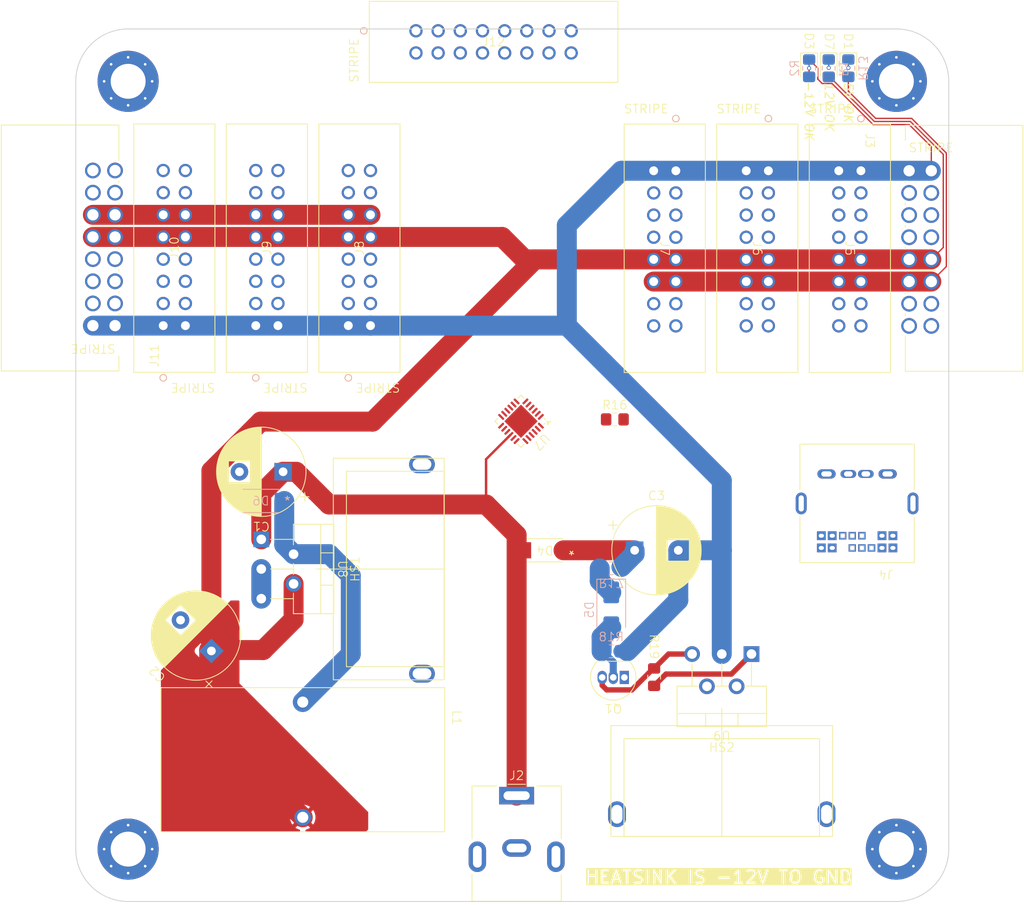
<source format=kicad_pcb>
(kicad_pcb (version 20240108) (generator "pcbnew") (generator_version "8.0")
  (layers (0 "F.Cu" signal) (31 "B.Cu" signal) (34 "B.Paste" user) (35 "F.Paste" user) (36 "B.SilkS" user "B.Silkscreen") (37 "F.SilkS" user "F.Silkscreen") (38 "B.Mask" user) (39 "F.Mask" user) (44 "Edge.Cuts" user))
  (net 0 "")
  (net 1 "/GATE")
  (net 2 "/CV")
  (net 3 "GND")
  (net 4 "+5V")
  (net 5 "+12V")
  (net 6 "-12V")
  (net 7 "Net-(D4-K)")
  (net 8 "/+20V")
  (net 9 "Net-(D1-K)")
  (net 10 "Net-(D3-A)")
  (net 11 "Net-(D5-K)")
  (net 12 "Net-(D5-A)")
  (net 13 "Net-(D6-K)")
  (net 16 "Net-(Q1-C)")
  (net 18 "Net-(U7-VBUS_VS_DISCH)")
  (net 19 "Net-(U7-GND-Pad10)")
  (net 38 "Net-(D7-K)")
  (net 41 "/CC1")
  (net 43 "/VBUS")
  (net 44 "/CC2")
  (footprint "Package_TO_SOT_THT:TO-220-5_P3.4x3.7mm_StaggerOdd_Lead3.8mm_Vertical" (layer "F.Cu") (at 178.054998 83.895999 -90)
    (property "Reference" "U8")
    (property "Value" "LM2596T-12")
  )
  (footprint "llama_shared:H_ATX_PERF" (layer "F.Cu") (at 250.805 119.4 90)
    (property "Reference" "H5" (hide yes))
    (property "Value" "H_HOLE" (hide yes))
  )
  (footprint "AT-Footprints:EURORACK Right Angle" (layer "F.Cu") (at 252.265 41.65 -90)
    (property "Reference" "J3")
    (property "Value" "EURO_CONN")
  )
  (footprint "AT-Footprints:EURO_VERT CONN16_S161_OST" (layer "F.Cu") (at 225.5442 41.65 -90)
    (property "Reference" "J7")
    (property "Value" "EURO_CONN")
  )
  (footprint "Capacitor_THT:CP_Radial_D10.0mm_P5.00mm" (layer "F.Cu") (at 172.340534 96.685534 135)
    (property "Reference" "C2")
    (property "Value" "180uF")
  )
  (footprint "Connector_USB:USBC_USBA_2.0_VERT_ADAMTECH_USB-C31-A-D-VT-CS1" (layer "F.Cu") (at 246.305 79.78 180)
    (property "Reference" "J4")
    (property "Value" "INT_USB")
    (fp_line (start 1.875 -3.475) (end 1.425 -3.475) (stroke (width 0.1)) (layer "Edge.Cuts"))
    (fp_line (start 1.875 -3.925) (end 1.875 -3.475) (stroke (width 0.1)) (layer "Edge.Cuts"))
    (fp_line (start 1.425 -3.475) (end 1.425 -3.925) (stroke (width 0.1)) (layer "Edge.Cuts"))
    (fp_line (start 1.425 -3.925) (end 1.875 -3.925) (stroke (width 0.1)) (layer "Edge.Cuts"))
    (fp_line (start 0.775 -3.475) (end 0.325 -3.475) (stroke (width 0.1)) (layer "Edge.Cuts"))
    (fp_line (start 0.775 -3.925) (end 0.775 -3.475) (stroke (width 0.1)) (layer "Edge.Cuts"))
    (fp_line (start 0.775 -4.875) (end 0.325 -4.875) (stroke (width 0.1)) (layer "Edge.Cuts"))
    (fp_line (start 0.775 -5.325) (end 0.775 -4.875) (stroke (width 0.1)) (layer "Edge.Cuts"))
    (fp_line (start 0.325 -3.475) (end 0.325 -3.925) (stroke (width 0.1)) (layer "Edge.Cuts"))
    (fp_line (start 0.325 -3.925) (end 0.775 -3.925) (stroke (width 0.1)) (layer "Edge.Cuts"))
    (fp_line (start 0.325 -4.875) (end 0.325 -5.325) (stroke (width 0.1)) (layer "Edge.Cuts"))
    (fp_line (start 0.325 -5.325) (end 0.775 -5.325) (stroke (width 0.1)) (layer "Edge.Cuts"))
    (fp_line (start -0.325 -3.475) (end -0.775 -3.475) (stroke (width 0.1)) (layer "Edge.Cuts"))
    (fp_line (start -0.325 -3.925) (end -0.325 -3.475) (stroke (width 0.1)) (layer "Edge.Cuts"))
    (fp_line (start -0.325 -4.875) (end -0.775 -4.875) (stroke (width 0.1)) (layer "Edge.Cuts"))
    (fp_line (start -0.325 -5.325) (end -0.325 -4.875) (stroke (width 0.1)) (layer "Edge.Cuts"))
    (fp_line (start -0.775 -3.475) (end -0.775 -3.925) (stroke (width 0.1)) (layer "Edge.Cuts"))
    (fp_line (start -0.775 -3.925) (end -0.325 -3.925) (stroke (width 0.1)) (layer "Edge.Cuts"))
    (fp_line (start -0.775 -4.875) (end -0.775 -5.325) (stroke (width 0.1)) (layer "Edge.Cuts"))
    (fp_line (start -0.775 -5.325) (end -0.325 -5.325) (stroke (width 0.1)) (layer "Edge.Cuts"))
    (fp_line (start -1.425 -4.875) (end -1.875 -4.875) (stroke (width 0.1)) (layer "Edge.Cuts"))
    (fp_line (start -1.425 -5.325) (end -1.425 -4.875) (stroke (width 0.1)) (layer "Edge.Cuts"))
    (fp_line (start -1.875 -4.875) (end -1.875 -5.325) (stroke (width 0.1)) (layer "Edge.Cuts"))
    (fp_line (start -1.875 -5.325) (end -1.425 -5.325) (stroke (width 0.1)) (layer "Edge.Cuts"))
  )
  (footprint "Package_TO_SOT_THT:TO-92_Inline" (layer "F.Cu") (at 219.645031 99.722264 180)
    (property "Reference" "Q1")
    (property "Value" "2N3904")
  )
  (footprint "Connector_BarrelJack:BarrelJack_CUI_PJ-063AH_Horizontal" (layer "F.Cu") (at 207.305 113.27)
    (property "Reference" "J2")
    (property "Value" "OPT_DC")
  )
  (footprint "AT-Footprints:EURO_VERT CONN16_S161_OST" (layer "F.Cu") (at 236.144599 41.65 -90)
    (property "Reference" "J6")
    (property "Value" "EURO_CONN")
  )
  (footprint "Capacitor_THT:CP_Radial_D10.0mm_P5.00mm" (layer "F.Cu") (at 220.822767 85.15)
    (property "Reference" "C3")
    (property "Value" "680uF")
  )
  (footprint "AT-Footprints:EURO_VERT CONN16_S161_OST" (layer "F.Cu") (at 166.825001 59.4 90)
    (property "Reference" "J10")
    (property "Value" "EURO_CONN")
  )
  (footprint "AT-Footprints:HS - LM2596" (layer "F.Cu") (at 189.305 87.296 90)
    (property "Reference" "HS1")
    (property "Value" "HSE-B250-04H")
  )
  (footprint "llama_shared:H_ATX_PERF" (layer "F.Cu") (at 162.805 119.4 90)
    (property "Reference" "H1" (hide yes))
    (property "Value" "H_HOLE" (hide yes))
  )
  (footprint "AT-Footprints:EURO_VERT CONN16_S161_OST" (layer "F.Cu") (at 177.425401 59.4 90)
    (property "Reference" "J9")
    (property "Value" "EURO_CONN")
  )
  (footprint "AT-Footprints:EURORACK Right Angle" (layer "F.Cu") (at 161.305 59.4 90)
    (property "Reference" "J11")
    (property "Value" "EURO_CONN")
  )
  (footprint "AT-Footprints:EURO_VERT CONN16_S161_OST" (layer "F.Cu") (at 188.0258 59.4 90)
    (property "Reference" "J8")
    (property "Value" "EURO_CONN")
  )
  (footprint "llama_shared:H_ATX_PERF" (layer "F.Cu") (at 250.805 31.4 90)
    (property "Reference" "H7" (hide yes))
    (property "Value" "H_HOLE" (hide yes))
  )
  (footprint "AT-Footprints:M-FLAT_TOS" (layer "F.Cu") (at 210.555 85.15 180)
    (property "Reference" "D4")
    (property "Value" "SK32")
  )
  (footprint "Package_TO_SOT_THT:TO-220-5_P3.4x3.7mm_StaggerOdd_Lead3.8mm_Vertical" (layer "F.Cu") (at 234.205 97.04 180)
    (property "Reference" "U9")
    (property "Value" "LM2596T-12")
  )
  (footprint "AT-Footprints:IND_HCTI-68-7.7" (layer "F.Cu") (at 182.805 109.15 -90)
    (property "Reference" "L1")
    (property "Value" "53uH")
  )
  (footprint "Resistor_SMD:R_0805_2012Metric_Pad1.20x1.40mm_HandSolder" (layer "F.Cu") (at 218.555 70.15)
    (property "Reference" "R16")
    (property "Value" "1k")
  )
  (footprint "AT-Footprints:EURO_VERT CONN16_S161_OST" (layer "F.Cu") (at 195.775 25.61)
    (property "Reference" "J12")
    (property "Value" "EURO_CONN")
  )
  (footprint "AT-Footprints:EURO_VERT CONN16_S161_OST" (layer "F.Cu") (at 246.745 41.65 -90)
    (property "Reference" "J5")
    (property "Value" "EURO_CONN")
  )
  (footprint "LED_SMD:LED_0805_2012Metric" (layer "F.Cu") (at 245.305 29.837501 -90)
    (property "Reference" "D1")
    (property "Value" "5V OK")
  )
  (footprint "LED_SMD:LED_0805_2012Metric" (layer "F.Cu") (at 240.805 29.837501 -90)
    (property "Reference" "D3")
    (property "Value" "-12V OK")
  )
  (footprint "LED_SMD:LED_0805_2012Metric" (layer "F.Cu") (at 243.055 29.837501 -90)
    (property "Reference" "D7")
    (property "Value" "12V OK")
  )
  (footprint "AT-Footprints:HS - LM2596" (layer "F.Cu") (at 230.805 108.24)
    (property "Reference" "HS2")
    (property "Value" "HSE-B250-04H")
  )
  (footprint "Resistor_SMD:R_0805_2012Metric_Pad1.20x1.40mm_HandSolder" (layer "F.Cu") (at 223.055 99.689999 -90)
    (property "Reference" "R19")
    (property "Value" "47k")
  )
  (footprint "llama_shared:H_ATX_PERF" (layer "F.Cu") (at 162.805 31.4 90)
    (property "Reference" "H6" (hide yes))
    (property "Value" "H_HOLE" (hide yes))
  )
  (footprint "Capacitor_THT:CP_Radial_D10.0mm_P5.00mm" (layer "F.Cu") (at 180.555 76.15 180)
    (property "Reference" "C1")
    (property "Value" "680uF")
  )
  (footprint "Package_DFN_QFN:QFN-24-1EP_4x4mm_P0.5mm_EP2.7x2.7mm" (layer "F.Cu") (at 207.805 70.3625 -135)
    (property "Reference" "U7")
    (property "Value" "STUSB4500QTR")
  )
  (footprint "Resistor_SMD:R_0805_2012Metric_Pad1.20x1.40mm_HandSolder" (layer "B.Cu") (at 243.055 29.9 90)
    (property "Reference" "R1")
    (property "Value" "500")
  )
  (footprint "AT-Footprints:M-FLAT_TOS" (layer "B.Cu") (at 178.004999 79.495999 180)
    (property "Reference" "D6")
    (property "Value" "SK33")
  )
  (footprint "Diode_SMD:D_SMA" (layer "B.Cu") (at 218.145031 91.972264 -90)
    (property "Reference" "D5")
    (property "Value" "SMAZ18-13-F")
  )
  (footprint "Resistor_SMD:R_0805_2012Metric_Pad1.20x1.40mm_HandSolder" (layer "B.Cu") (at 218.145032 87.222265)
    (property "Reference" "R17")
    (property "Value" "10k")
  )
  (footprint "Resistor_SMD:R_0805_2012Metric_Pad1.20x1.40mm_HandSolder" (layer "B.Cu") (at 240.805 29.9 -90)
    (property "Reference" "R2")
    (property "Value" "500")
  )
  (footprint "Resistor_SMD:R_0805_2012Metric_Pad1.20x1.40mm_HandSolder" (layer "B.Cu") (at 245.305 29.9 90)
    (property "Reference" "R13")
    (property "Value" "150")
  )
  (footprint "Resistor_SMD:R_0805_2012Metric_Pad1.20x1.40mm_HandSolder" (layer "B.Cu") (at 218.145031 96.722264 180)
    (property "Reference" "R18")
    (property "Value" "10k")
  )
  (gr_arc (start 156.805 31.4) (mid 158.562359 27.157359) (end 162.805 25.4) (stroke (width 0.1)) (layer "Edge.Cuts"))
  (gr_line (start 250.805 25.4) (end 162.805 25.4) (stroke (width 0.1)) (layer "Edge.Cuts"))
  (gr_line (start 162.805 125.4) (end 250.805 125.4) (stroke (width 0.1)) (layer "Edge.Cuts"))
  (gr_arc (start 250.805 25.4) (mid 255.047641 27.157359) (end 256.805 31.4) (stroke (width 0.1)) (layer "Edge.Cuts"))
  (gr_line (start 156.805 31.4) (end 156.805 119.4) (stroke (width 0.1)) (layer "Edge.Cuts"))
  (gr_arc (start 256.805 119.4) (mid 255.047641 123.642641) (end 250.805 125.4) (stroke (width 0.1)) (layer "Edge.Cuts"))
  (gr_line (start 256.805 119.4) (end 256.805 31.4) (stroke (width 0.1)) (layer "Edge.Cuts"))
  (gr_arc (start 162.805 125.4) (mid 158.562359 123.642641) (end 156.805 119.4) (stroke (width 0.1)) (layer "Edge.Cuts"))
  (gr_text "HEATSINK IS -12V TO GND" (at 215.055 123.49 0) (layer "F.SilkS" knockout) (effects (font (size 1.5 1.5)) (justify left bottom)))
  (segment (start 178.054998 90.695999) (end 178.054998 87.295999) (width 2.286) (layer "B.Cu") (net 3))
  (segment (start 256.5288 52.6262) (end 256.5288 39.6238) (width 0.1524) (layer "F.Cu") (net 4))
  (segment (start 248.428366 35.65) (end 245.305 32.526634) (width 0.1524) (layer "F.Cu") (net 4))
  (segment (start 254.645 54.51) (end 254.645 54.56) (width 0.1524) (layer "F.Cu") (net 4))
  (segment (start 158.765 46.7) (end 190.5658 46.7) (width 2.286) (layer "F.Cu") (net 4))
  (segment (start 252.555 35.65) (end 248.428366 35.65) (width 0.1524) (layer "F.Cu") (net 4))
  (segment (start 256.5288 39.6238) (end 252.555 35.65) (width 0.1524) (layer "F.Cu") (net 4))
  (segment (start 245.305 32.526634) (end 245.305 30.775002) (width 0.1524) (layer "F.Cu") (net 4))
  (segment (start 254.805 54.35) (end 256.5288 52.6262) (width 0.1524) (layer "F.Cu") (net 4))
  (segment (start 223.0042 54.35) (end 254.805 54.35) (width 2.286) (layer "F.Cu") (net 4))
  (segment (start 190.805 70.4) (end 177.991497 70.4) (width 2.286) (layer "F.Cu") (net 5))
  (segment (start 181.754999 93.096001) (end 178.269466 96.581534) (width 2.286) (layer "F.Cu") (net 5))
  (segment (start 248.282398 36.0024) (end 252.4074 36.0024) (width 0.1524) (layer "F.Cu") (net 5))
  (segment (start 205.645 49.24) (end 208.215 51.81) (width 2.286) (layer "F.Cu") (net 5))
  (segment (start 243.055 30.775002) (end 248.282398 36.0024) (width 0.1524) (layer "F.Cu") (net 5))
  (segment (start 256.1764 50.4386) (end 254.805 51.81) (width 0.1524) (layer "F.Cu") (net 5))
  (segment (start 172.090534 105.039534) (end 172.090534 96.581534) (width 2.286) (layer "F.Cu") (net 5))
  (segment (start 252.4074 36.0024) (end 256.1764 39.7714) (width 0.1524) (layer "F.Cu") (net 5))
  (segment (start 182.805 115.754) (end 172.090534 105.039534) (width 2.286) (layer "F.Cu") (net 5))
  (segment (start 223.0042 51.81) (end 254.805 51.81) (width 2.286) (layer "F.Cu") (net 5))
  (segment (start 181.754999 88.995999) (end 181.754999 93.096001) (width 2.286) (layer "F.Cu") (net 5))
  (segment (start 178.269466 96.581534) (end 172.090534 96.581534) (width 2.286) (layer "F.Cu") (net 5))
  (segment (start 256.1764 39.7714) (end 256.1764 50.4386) (width 0.1524) (layer "F.Cu") (net 5))
  (segment (start 172.340534 76.050963) (end 172.340534 96.685534) (width 2.286) (layer "F.Cu") (net 5))
  (segment (start 243.250001 30.775002) (end 243.055 30.775002) (width 0.1524) (layer "F.Cu") (net 5))
  (segment (start 223.0042 51.81) (end 212.645 51.81) (width 2.286) (layer "F.Cu") (net 5))
  (segment (start 158.765 49.24) (end 190.5658 49.24) (width 2.286) (layer "F.Cu") (net 5))
  (segment (start 212.645 51.81) (end 209.395 51.81) (width 2.286) (layer "F.Cu") (net 5))
  (segment (start 209.395 51.81) (end 190.805 70.4) (width 2.286) (layer "F.Cu") (net 5))
  (segment (start 177.991497 70.4) (end 172.340534 76.050963) (width 2.286) (layer "F.Cu") (net 5))
  (segment (start 208.215 51.81) (end 212.645 51.81) (width 2.286) (layer "F.Cu") (net 5))
  (segment (start 190.5658 49.24) (end 205.645 49.24) (width 2.286) (layer "F.Cu") (net 5))
  (segment (start 254.805 38.898368) (end 254.805 41.65) (width 0.1524) (layer "F.Cu") (net 6))
  (segment (start 248.13643 36.3548) (end 252.261432 36.3548) (width 0.1524) (layer "F.Cu") (net 6))
  (segment (start 252.261432 36.3548) (end 254.805 38.898368) (width 0.1524) (layer "F.Cu") (net 6))
  (segment (start 241.805 29.9) (end 241.805 31.15) (width 0.1524) (layer "F.Cu") (net 6))
  (segment (start 243.43163 31.65) (end 248.13643 36.3548) (width 0.1524) (layer "F.Cu") (net 6))
  (segment (start 240.805 28.9) (end 241.805 29.9) (width 0.1524) (layer "F.Cu") (net 6))
  (segment (start 242.305 31.65) (end 243.43163 31.65) (width 0.1524) (layer "F.Cu") (net 6))
  (segment (start 241.805 31.15) (end 242.305 31.65) (width 0.1524) (layer "F.Cu") (net 6))
  (segment (start 225.822767 85.15) (end 230.805 85.15) (width 2.286) (layer "B.Cu") (net 6))
  (segment (start 217.305 63.65) (end 213.055 59.4) (width 2.286) (layer "B.Cu") (net 6))
  (segment (start 217.305 63.65) (end 230.805 77.15) (width 2.286) (layer "B.Cu") (net 6))
  (segment (start 213.055 47.9) (end 213.055 59.4) (width 2.286) (layer "B.Cu") (net 6))
  (segment (start 219.982736 96.722264) (end 225.822767 90.882233) (width 2.286) (layer "B.Cu") (net 6))
  (segment (start 225.822767 90.882233) (end 225.822767 85.15) (width 2.286) (layer "B.Cu") (net 6))
  (segment (start 223.0042 41.65) (end 219.305 41.65) (width 2.286) (layer "B.Cu") (net 6))
  (segment (start 158.765 59.4) (end 190.5658 59.4) (width 2.286) (layer "B.Cu") (net 6))
  (segment (start 230.805 97.04) (end 230.805 85.15) (width 2.286) (layer "B.Cu") (net 6))
  (segment (start 219.305 41.65) (end 213.055 47.9) (width 2.286) (layer "B.Cu") (net 6))
  (segment (start 213.055 59.4) (end 190.5658 59.4) (width 2.286) (layer "B.Cu") (net 6))
  (segment (start 230.805 77.15) (end 230.805 85.15) (width 2.286) (layer "B.Cu") (net 6))
  (segment (start 223.0042 41.65) (end 254.7572 41.65) (width 2.286) (layer "B.Cu") (net 6))
  (segment (start 219.145031 96.722264) (end 219.982736 96.722264) (width 1.524) (layer "B.Cu") (net 6))
  (segment (start 224.409799 99.3352) (end 231.909799 99.3352) (width 0.6096) (layer "F.Cu") (net 7))
  (segment (start 212.9259 85.4) (end 212.6759 85.15) (width 0.6096) (layer "F.Cu") (net 7))
  (segment (start 220.572767 85.15) (end 220.822767 85.4) (width 0.6096) (layer "F.Cu") (net 7))
  (segment (start 231.909799 99.3352) (end 234.205 97.04) (width 0.6096) (layer "F.Cu") (net 7))
  (segment (start 223.055 100.689999) (end 224.409799 99.3352) (width 0.6096) (layer "F.Cu") (net 7))
  (segment (start 212.6759 85.15) (end 220.572767 85.15) (width 2.286) (layer "F.Cu") (net 7))
  (segment (start 219.145031 87.222265) (end 219.145031 87.077736) (width 0.6096) (layer "B.Cu") (net 7))
  (segment (start 220.822767 85.15) (end 220.822767 85.54453) (width 2.286) (layer "B.Cu") (net 7))
  (segment (start 220.822767 85.54453) (end 219.310203 87.057094) (width 2.286) (layer "B.Cu") (net 7))
  (segment (start 207.305 83.4) (end 203.805 79.9) (width 2.286) (layer "F.Cu") (net 8))
  (segment (start 207.305 113.27) (end 207.305 83.4) (width 2.286) (layer "F.Cu") (net 8))
  (segment (start 178.054998 83.895999) (end 178.054998 78.650002) (width 2.286) (layer "F.Cu") (net 8))
  (segment (start 182.055 76.15) (end 185.805 79.9) (width 2.286) (layer "F.Cu") (net 8))
  (segment (start 185.805 79.9) (end 203.805 79.9) (width 2.286) (layer "F.Cu") (net 8))
  (segment (start 203.805 74.716054) (end 203.805 79.9) (width 0.2794) (layer "F.Cu") (net 8))
  (segment (start 206.59408 71.926974) (end 203.805 74.716054) (width 0.2794) (layer "F.Cu") (net 8))
  (segment (start 180.555 76.15) (end 182.055 76.15) (width 2.286) (layer "F.Cu") (net 8))
  (segment (start 178.054998 78.650002) (end 180.555 76.15) (width 2.286) (layer "F.Cu") (net 8))
  (segment (start 245.305 28.9) (end 245.305 29.857503) (width 0.1524) (layer "F.Cu") (net 9))
  (via (at 245.305 29.857503) (size 0.46) (drill 0.3) (layers "F.Cu" "B.Cu") (net 9))
  (segment (start 245.305 29.857503) (end 245.305 28.9) (width 0.1524) (layer "B.Cu") (net 9))
  (segment (start 240.805 30.775002) (end 240.805 29.9) (width 0.1524) (layer "F.Cu") (net 10))
  (via (at 240.805 29.9) (size 0.46) (drill 0.3) (layers "F.Cu" "B.Cu") (net 10))
  (segment (start 240.805 29.9) (end 240.805 28.9) (width 0.1524) (layer "B.Cu") (net 10))
  (segment (start 216.824203 88.651435) (end 216.824203 87.222265) (width 2.286) (layer "B.Cu") (net 11))
  (segment (start 218.145031 89.972263) (end 216.824203 88.651435) (width 2.286) (layer "B.Cu") (net 11))
  (segment (start 218.37503 97.952264) (end 217.14503 96.722264) (width 0.8128) (layer "B.Cu") (net 12))
  (segment (start 218.37503 99.722264) (end 218.37503 97.952264) (width 0.8128) (layer "B.Cu") (net 12))
  (segment (start 217.040031 95.077265) (end 217.040031 96.722264) (width 2.286) (layer "B.Cu") (net 12))
  (segment (start 218.145031 93.972265) (end 217.040031 95.077265) (width 2.286) (layer "B.Cu") (net 12))
  (segment (start 181.754999 85.595999) (end 185.854999 85.595999) (width 2.286) (layer "B.Cu") (net 13))
  (segment (start 180.6847 84.5257) (end 180.684699 79.495999) (width 2.286) (layer "B.Cu") (net 13))
  (segment (start 181.755 85.596) (end 180.6847 84.5257) (width 2.286) (layer "B.Cu") (net 13))
  (segment (start 188.305 88.046) (end 188.305 97.046) (width 2.286) (layer "B.Cu") (net 13))
  (segment (start 188.305 97.046) (end 182.805 102.546) (width 2.286) (layer "B.Cu") (net 13))
  (segment (start 185.854999 85.595999) (end 188.305 88.046) (width 2.286) (layer "B.Cu") (net 13))
  (segment (start 217.623167 101.15) (end 220.501895 101.15) (width 0.6096) (layer "F.Cu") (net 16))
  (segment (start 217.105031 99.722264) (end 217.105031 100.631864) (width 0.6096) (layer "F.Cu") (net 16))
  (segment (start 227.404999 97.039999) (end 224.705 97.039999) (width 0.6096) (layer "F.Cu") (net 16))
  (segment (start 222.961896 98.689999) (end 223.055 98.689999) (width 0.6096) (layer "F.Cu") (net 16))
  (segment (start 224.705 97.039999) (end 223.055 98.689999) (width 0.6096) (layer "F.Cu") (net 16))
  (segment (start 217.105031 100.631864) (end 217.623167 101.15) (width 0.6096) (layer "F.Cu") (net 16))
  (segment (start 220.501895 101.15) (end 222.961896 98.689999) (width 0.6096) (layer "F.Cu") (net 16))
  (segment (start 243.055 28.9) (end 243.055 29.857503) (width 0.1524) (layer "F.Cu") (net 38))
  (via (at 243.055 29.857503) (size 0.46) (drill 0.3) (layers "F.Cu" "B.Cu") (net 38))
  (segment (start 243.055 29.857503) (end 243.055 28.837501) (width 0.1524) (layer "B.Cu") (net 38))
  (zone (net 5) (net_name "+12V") (layer "F.Cu") (connect_pads (clearance 0)) (min_thickness 0.25) (fill yes (thermal_gap 0.5) (thermal_bridge_width 0.5))
    (polygon (pts (xy 166.555 98.9) (xy 166.555 117.4) (xy 190.055 117.4) (xy 190.305 117.15) (xy 190.305 115.15) (xy 175.555 100.4) (xy 175.555 90.9) (xy 174.555 90.9)))
  )
)
</source>
